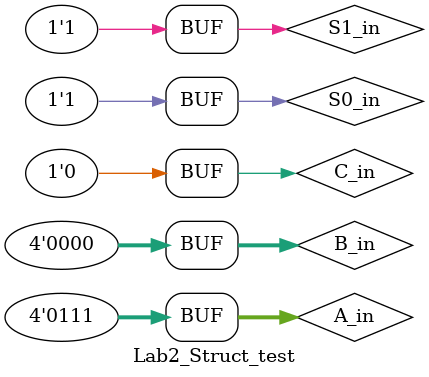
<source format=v>
module Lab2_Struct_test;

	// Inputs
	reg [3:0] A_in;
	reg [3:0] B_in;
	reg C_in;
	reg S0_in;
	reg S1_in;

	// Outputs
	wire C_out0;
	wire C_out1;
	wire [3:0] Lab2_Struct_out;

	// Instantiate the Unit Under Test (UUT)
	Lab2_Struct uut (
		.A_in(A_in), 
		.B_in(B_in), 
		.C_in(C_in), 
		.S0_in(S0_in), 
		.S1_in(S1_in), 
		.C_out0(C_out0), 
		.C_out1(C_out1), 
		.Lab2_Struct_out(Lab2_Struct_out)
	);

	initial begin
		//Start everything = 0 so S_out = 15
		B_in = 0;
		S0_in = 0;
		S1_in = 0;
		A_in = 0;
		C_in = 0;
		
		//Invert A = 2
		#100		
		S1_in = 0;
		S0_in = 0;		
		A_in = 2;
		B_in = 0;
		
		//Invert A = 15
		#100		
		S1_in = 0;
		S0_in = 0;		
		A_in = 15;
		B_in = 0;
		
		//Add 3 + 5
		#100		
		S1_in = 0;
		S0_in = 1;		
		A_in = 3;
		B_in = 5;
		
		//Add 2 + 10
		#100		
		S1_in = 0;
		S0_in = 1;		
		A_in = 2;
		B_in = 10;
		
		//Subtract 13 - 2 
		#100		
		S1_in = 1;
		S0_in = 0;		
		A_in = 13;
		B_in = 2;
		
		//Subtract 6 - 4
		#100		
		S1_in = 1;
		S0_in = 0;		
		A_in = 6;
		B_in = 4;
		
		//Double A = 3
		#100		
		S1_in = 1;
		S0_in = 1;		
		A_in = 5;
		B_in = 0;
		
		//Double A = 7
		#100		
		S1_in = 1;
		S0_in = 1;		
		A_in = 7;
		B_in = 0;
   end
endmodule



</source>
